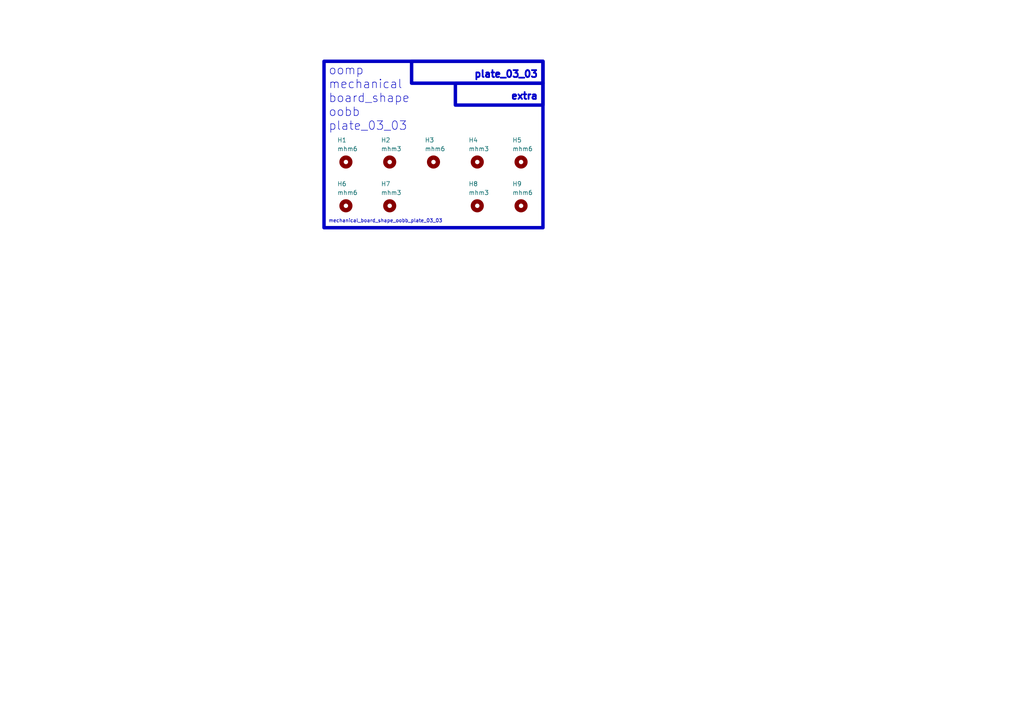
<source format=kicad_sch>
(kicad_sch (version 20230121) (generator eeschema)
  (paper "A4")
  (lib_symbols
    (symbol "oomlout_oomp_part_symbols:mhm3_electronic_mounting_hole_m3" (pin_names (offset 1.016))
      (property "Reference" "H" (at 0 5.08 0))
      (property "Value" "mhm3_electronic_mounting_hole_m3" (at 0 3.175 0))
      (symbol "mhm3_electronic_mounting_hole_m3_0_1"
        (circle (center 0 0) (radius 1.27) (stroke (width 1.27)))
      )
    )
    (symbol "oomlout_oomp_part_symbols:mhm6_electronic_mounting_hole_m6" (pin_names (offset 1.016))
      (property "Reference" "H" (at 0 5.08 0))
      (property "Value" "mhm6_electronic_mounting_hole_m6" (at 0 3.175 0))
      (symbol "mhm6_electronic_mounting_hole_m6_0_1"
        (circle (center 0 0) (radius 1.27) (stroke (width 1.27)))
      )
    )
  )
  (rectangle (start 93.98 17.78) (end 157.48 66.04) (stroke (width 1)))
  (rectangle (start 119.38 17.78) (end 157.48 24.13) (stroke (width 1)))
  (rectangle (start 132.08 24.13) (end 157.48 30.48) (stroke (width 1)))
  (text "mechanical_board_shape_oobb_plate_03_03" (at 95.25 64.77 0) (effects (font (size 1 1)) (justify left bottom)))
  (text "plate_03_03\n" (at 156.21 22.86 0) (effects (font (size 2 2) (thickness 0.8) bold) (justify right bottom)))
  (text "oomp\nmechanical\nboard_shape\noobb\nplate_03_03" (at 95.25 38.1 0) (effects (font (size 2.5 2.5)) (justify left bottom)))
  (text "extra" (at 156.21 29.21 0) (effects (font (size 2 2) (thickness 0.8) bold) (justify right bottom)))
  (symbol (lib_id "oomlout_oomp_part_symbols:mhm6_electronic_mounting_hole_m6") (at 125.73 46.99 0) (unit 1)
    (property "Reference" "H3" (at 123.19 40.64 0) (effects (justify left)))
    (property "Value" "mhm6" (at 123.19 43.18 0) (effects (justify left)))
    (property "Footprint" "oomlout_oomp_part_footprints:mhm6_electronic_mounting_hole_m6" (effects hide))
    (property "Datasheet" "https://github.com/oomlout/oomlout_oomp_v3/parts/electronic_mounting_hole_m6/datasheet.pdf" (effects hide))
  )
  (symbol (lib_id "oomlout_oomp_part_symbols:mhm3_electronic_mounting_hole_m3") (at 138.43 59.69 0) (unit 1)
    (property "Reference" "H8" (at 135.89 53.34 0) (effects (justify left)))
    (property "Value" "mhm3" (at 135.89 55.88 0) (effects (justify left)))
    (property "Footprint" "oomlout_oomp_part_footprints:mhm3_electronic_mounting_hole_m3" (effects hide))
    (property "Datasheet" "https://github.com/oomlout/oomlout_oomp_v3/parts/electronic_mounting_hole_m3/datasheet.pdf" (effects hide))
  )
  (symbol (lib_id "oomlout_oomp_part_symbols:mhm6_electronic_mounting_hole_m6") (at 151.13 46.99 0) (unit 1)
    (property "Reference" "H5" (at 148.59 40.64 0) (effects (justify left)))
    (property "Value" "mhm6" (at 148.59 43.18 0) (effects (justify left)))
    (property "Footprint" "oomlout_oomp_part_footprints:mhm6_electronic_mounting_hole_m6" (effects hide))
    (property "Datasheet" "https://github.com/oomlout/oomlout_oomp_v3/parts/electronic_mounting_hole_m6/datasheet.pdf" (effects hide))
  )
  (symbol (lib_id "oomlout_oomp_part_symbols:mhm3_electronic_mounting_hole_m3") (at 138.43 46.99 0) (unit 1)
    (property "Reference" "H4" (at 135.89 40.64 0) (effects (justify left)))
    (property "Value" "mhm3" (at 135.89 43.18 0) (effects (justify left)))
    (property "Footprint" "oomlout_oomp_part_footprints:mhm3_electronic_mounting_hole_m3" (effects hide))
    (property "Datasheet" "https://github.com/oomlout/oomlout_oomp_v3/parts/electronic_mounting_hole_m3/datasheet.pdf" (effects hide))
  )
  (symbol (lib_id "oomlout_oomp_part_symbols:mhm6_electronic_mounting_hole_m6") (at 100.33 59.69 0) (unit 1)
    (property "Reference" "H6" (at 97.79 53.34 0) (effects (justify left)))
    (property "Value" "mhm6" (at 97.79 55.88 0) (effects (justify left)))
    (property "Footprint" "oomlout_oomp_part_footprints:mhm6_electronic_mounting_hole_m6" (effects hide))
    (property "Datasheet" "https://github.com/oomlout/oomlout_oomp_v3/parts/electronic_mounting_hole_m6/datasheet.pdf" (effects hide))
  )
  (symbol (lib_id "oomlout_oomp_part_symbols:mhm3_electronic_mounting_hole_m3") (at 113.03 46.99 0) (unit 1)
    (property "Reference" "H2" (at 110.49 40.64 0) (effects (justify left)))
    (property "Value" "mhm3" (at 110.49 43.18 0) (effects (justify left)))
    (property "Footprint" "oomlout_oomp_part_footprints:mhm3_electronic_mounting_hole_m3" (effects hide))
    (property "Datasheet" "https://github.com/oomlout/oomlout_oomp_v3/parts/electronic_mounting_hole_m3/datasheet.pdf" (effects hide))
  )
  (symbol (lib_id "oomlout_oomp_part_symbols:mhm6_electronic_mounting_hole_m6") (at 100.33 46.99 0) (unit 1)
    (property "Reference" "H1" (at 97.79 40.64 0) (effects (justify left)))
    (property "Value" "mhm6" (at 97.79 43.18 0) (effects (justify left)))
    (property "Footprint" "oomlout_oomp_part_footprints:mhm6_electronic_mounting_hole_m6" (effects hide))
    (property "Datasheet" "https://github.com/oomlout/oomlout_oomp_v3/parts/electronic_mounting_hole_m6/datasheet.pdf" (effects hide))
  )
  (symbol (lib_id "oomlout_oomp_part_symbols:mhm3_electronic_mounting_hole_m3") (at 113.03 59.69 0) (unit 1)
    (property "Reference" "H7" (at 110.49 53.34 0) (effects (justify left)))
    (property "Value" "mhm3" (at 110.49 55.88 0) (effects (justify left)))
    (property "Footprint" "oomlout_oomp_part_footprints:mhm3_electronic_mounting_hole_m3" (effects hide))
    (property "Datasheet" "https://github.com/oomlout/oomlout_oomp_v3/parts/electronic_mounting_hole_m3/datasheet.pdf" (effects hide))
  )
  (symbol (lib_id "oomlout_oomp_part_symbols:mhm6_electronic_mounting_hole_m6") (at 151.13 59.69 0) (unit 1)
    (property "Reference" "H9" (at 148.59 53.34 0) (effects (justify left)))
    (property "Value" "mhm6" (at 148.59 55.88 0) (effects (justify left)))
    (property "Footprint" "oomlout_oomp_part_footprints:mhm6_electronic_mounting_hole_m6" (effects hide))
    (property "Datasheet" "https://github.com/oomlout/oomlout_oomp_v3/parts/electronic_mounting_hole_m6/datasheet.pdf" (effects hide))
  )
)
</source>
